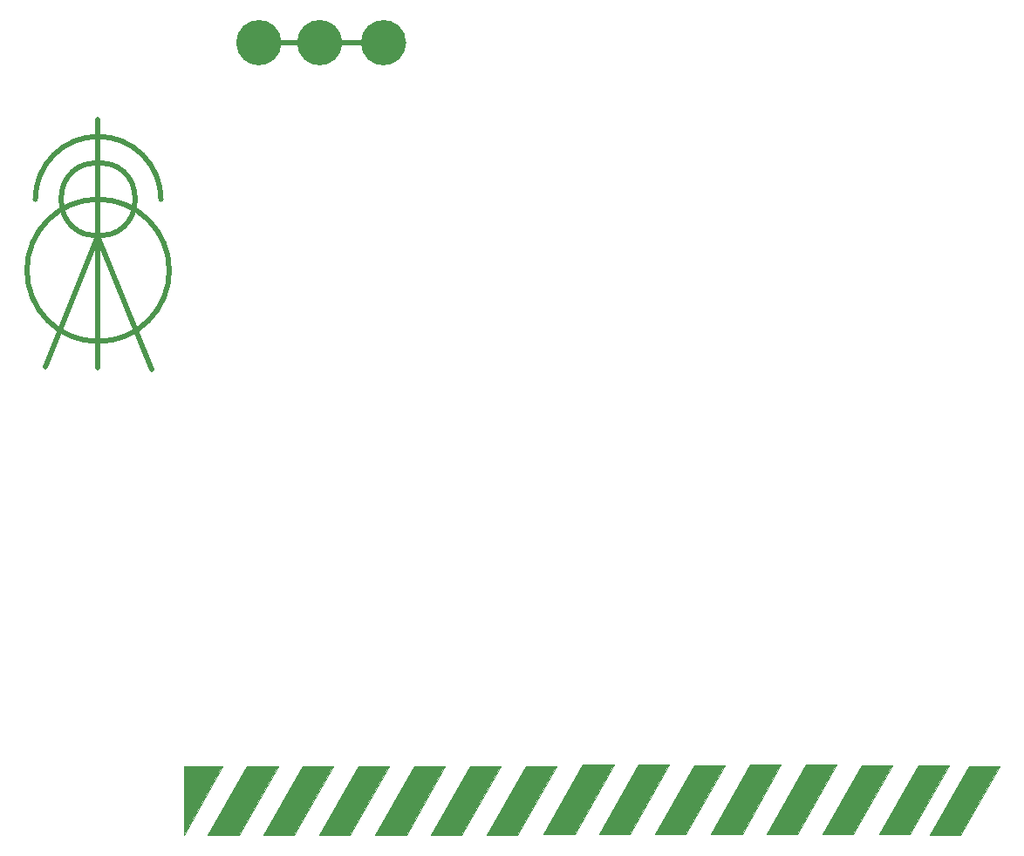
<source format=gbr>
%TF.GenerationSoftware,KiCad,Pcbnew,8.0.6*%
%TF.CreationDate,2025-04-17T09:00:56+02:00*%
%TF.ProjectId,KYBR_ORTHO_PLATE,4b594252-5f4f-4525-9448-4f5f504c4154,rev?*%
%TF.SameCoordinates,Original*%
%TF.FileFunction,Legend,Top*%
%TF.FilePolarity,Positive*%
%FSLAX46Y46*%
G04 Gerber Fmt 4.6, Leading zero omitted, Abs format (unit mm)*
G04 Created by KiCad (PCBNEW 8.0.6) date 2025-04-17 09:00:56*
%MOMM*%
%LPD*%
G01*
G04 APERTURE LIST*
%ADD10C,2.197091*%
%ADD11C,0.100000*%
%ADD12C,0.500000*%
G04 APERTURE END LIST*
D10*
X87298545Y-46931849D02*
G75*
G02*
X85101455Y-46931849I-1098545J0D01*
G01*
X85101455Y-46931849D02*
G75*
G02*
X87298545Y-46931849I1098545J0D01*
G01*
D11*
X105400000Y-123900000D02*
X102400000Y-123900000D01*
X106200000Y-117200000D01*
X109200000Y-117200000D01*
X105400000Y-123900000D01*
G36*
X105400000Y-123900000D02*
G01*
X102400000Y-123900000D01*
X106200000Y-117200000D01*
X109200000Y-117200000D01*
X105400000Y-123900000D01*
G37*
D12*
X58600000Y-62146438D02*
G75*
G02*
X70800000Y-62146645I6100000J6308D01*
G01*
X64700000Y-65731849D02*
X59600000Y-78446645D01*
D10*
X93498545Y-46931849D02*
G75*
G02*
X91301455Y-46931849I-1098545J0D01*
G01*
X91301455Y-46931849D02*
G75*
G02*
X93498545Y-46931849I1098545J0D01*
G01*
D12*
X68291723Y-62140127D02*
G75*
G02*
X61108277Y-62140127I-3591723J0D01*
G01*
X61108277Y-62140127D02*
G75*
G02*
X68291723Y-62140127I3591723J0D01*
G01*
X64700000Y-65731849D02*
X69900000Y-78646645D01*
D11*
X138000000Y-123800000D02*
X135000000Y-123800000D01*
X138800000Y-117100000D01*
X141800000Y-117100000D01*
X138000000Y-123800000D01*
G36*
X138000000Y-123800000D02*
G01*
X135000000Y-123800000D01*
X138800000Y-117100000D01*
X141800000Y-117100000D01*
X138000000Y-123800000D01*
G37*
D12*
X64700000Y-58548405D02*
X64700000Y-78546645D01*
D11*
X78346772Y-123872796D02*
X75346772Y-123872796D01*
X79146772Y-117172796D01*
X82146772Y-117172796D01*
X78346772Y-123872796D01*
G36*
X78346772Y-123872796D02*
G01*
X75346772Y-123872796D01*
X79146772Y-117172796D01*
X82146772Y-117172796D01*
X78346772Y-123872796D01*
G37*
D12*
X64700000Y-62140127D02*
X64700000Y-54346645D01*
X92400000Y-46931849D02*
X86200000Y-46931849D01*
D11*
X148400000Y-123900000D02*
X145400000Y-123900000D01*
X149200000Y-117200000D01*
X152200000Y-117200000D01*
X148400000Y-123900000D01*
G36*
X148400000Y-123900000D02*
G01*
X145400000Y-123900000D01*
X149200000Y-117200000D01*
X152200000Y-117200000D01*
X148400000Y-123900000D01*
G37*
X89158133Y-123900135D02*
X86158133Y-123900135D01*
X89958133Y-117200135D01*
X92958133Y-117200135D01*
X89158133Y-123900135D01*
G36*
X89158133Y-123900135D02*
G01*
X86158133Y-123900135D01*
X89958133Y-117200135D01*
X92958133Y-117200135D01*
X89158133Y-123900135D01*
G37*
X83746772Y-123872796D02*
X80746772Y-123872796D01*
X84546772Y-117172796D01*
X87546772Y-117172796D01*
X83746772Y-123872796D01*
G36*
X83746772Y-123872796D02*
G01*
X80746772Y-123872796D01*
X84546772Y-117172796D01*
X87546772Y-117172796D01*
X83746772Y-123872796D01*
G37*
X73000000Y-123900000D02*
X73000000Y-117200000D01*
X76800000Y-117200000D01*
X73000000Y-123900000D01*
G36*
X73000000Y-123900000D02*
G01*
X73000000Y-117200000D01*
X76800000Y-117200000D01*
X73000000Y-123900000D01*
G37*
X132588639Y-123772661D02*
X129588639Y-123772661D01*
X133388639Y-117072661D01*
X136388639Y-117072661D01*
X132588639Y-123772661D01*
G36*
X132588639Y-123772661D02*
G01*
X129588639Y-123772661D01*
X133388639Y-117072661D01*
X136388639Y-117072661D01*
X132588639Y-123772661D01*
G37*
X127188639Y-123772661D02*
X124188639Y-123772661D01*
X127988639Y-117072661D01*
X130988639Y-117072661D01*
X127188639Y-123772661D01*
G36*
X127188639Y-123772661D02*
G01*
X124188639Y-123772661D01*
X127988639Y-117072661D01*
X130988639Y-117072661D01*
X127188639Y-123772661D01*
G37*
X94588639Y-123872661D02*
X91588639Y-123872661D01*
X95388639Y-117172661D01*
X98388639Y-117172661D01*
X94588639Y-123872661D01*
G36*
X94588639Y-123872661D02*
G01*
X91588639Y-123872661D01*
X95388639Y-117172661D01*
X98388639Y-117172661D01*
X94588639Y-123872661D01*
G37*
D12*
X71606519Y-69046645D02*
G75*
G02*
X57793481Y-69046645I-6906519J0D01*
G01*
X57793481Y-69046645D02*
G75*
G02*
X71606519Y-69046645I6906519J0D01*
G01*
D11*
X110946772Y-123772796D02*
X107946772Y-123772796D01*
X111746772Y-117072796D01*
X114746772Y-117072796D01*
X110946772Y-123772796D01*
G36*
X110946772Y-123772796D02*
G01*
X107946772Y-123772796D01*
X111746772Y-117072796D01*
X114746772Y-117072796D01*
X110946772Y-123772796D01*
G37*
X121758133Y-123800135D02*
X118758133Y-123800135D01*
X122558133Y-117100135D01*
X125558133Y-117100135D01*
X121758133Y-123800135D01*
G36*
X121758133Y-123800135D02*
G01*
X118758133Y-123800135D01*
X122558133Y-117100135D01*
X125558133Y-117100135D01*
X121758133Y-123800135D01*
G37*
X116346772Y-123772796D02*
X113346772Y-123772796D01*
X117146772Y-117072796D01*
X120146772Y-117072796D01*
X116346772Y-123772796D01*
G36*
X116346772Y-123772796D02*
G01*
X113346772Y-123772796D01*
X117146772Y-117072796D01*
X120146772Y-117072796D01*
X116346772Y-123772796D01*
G37*
X87603656Y-121900000D02*
X89300000Y-121900000D01*
D10*
X81398545Y-46931849D02*
G75*
G02*
X79201455Y-46931849I-1098545J0D01*
G01*
X79201455Y-46931849D02*
G75*
G02*
X81398545Y-46931849I1098545J0D01*
G01*
D11*
X99988639Y-123872661D02*
X96988639Y-123872661D01*
X100788639Y-117172661D01*
X103788639Y-117172661D01*
X99988639Y-123872661D01*
G36*
X99988639Y-123872661D02*
G01*
X96988639Y-123872661D01*
X100788639Y-117172661D01*
X103788639Y-117172661D01*
X99988639Y-123872661D01*
G37*
D12*
X80300000Y-46931849D02*
X86200000Y-46931849D01*
D11*
X143488639Y-123800000D02*
X140488639Y-123800000D01*
X144288639Y-117100000D01*
X147288639Y-117100000D01*
X143488639Y-123800000D01*
G36*
X143488639Y-123800000D02*
G01*
X140488639Y-123800000D01*
X144288639Y-117100000D01*
X147288639Y-117100000D01*
X143488639Y-123800000D01*
G37*
M02*

</source>
